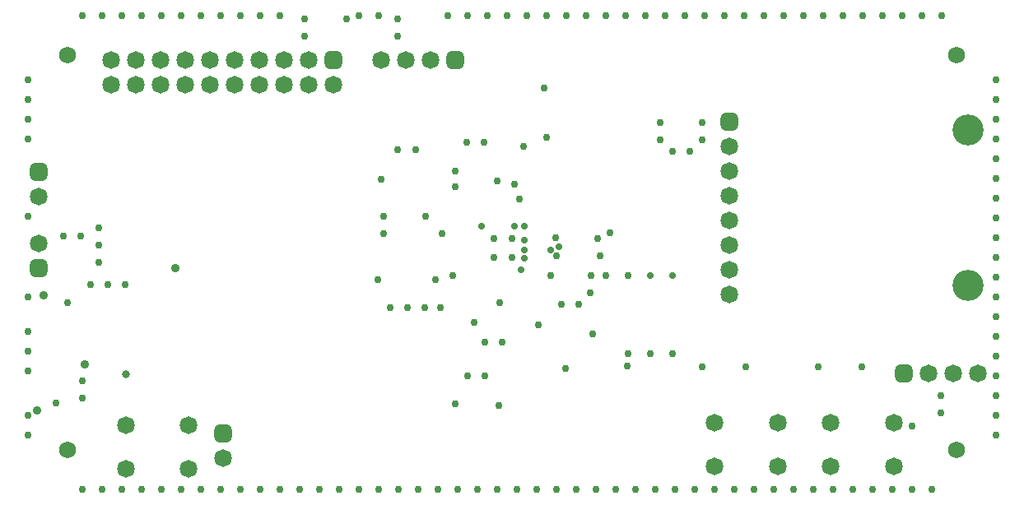
<source format=gbs>
G04*
G04 #@! TF.GenerationSoftware,Altium Limited,Altium Designer,21.3.2 (30)*
G04*
G04 Layer_Color=16711935*
%FSLAX25Y25*%
%MOIN*%
G70*
G04*
G04 #@! TF.SameCoordinates,41522B4C-5660-4B3E-BEA4-8D9A01AACCA4*
G04*
G04*
G04 #@! TF.FilePolarity,Negative*
G04*
G01*
G75*
%ADD55C,0.07178*%
G04:AMPARAMS|DCode=56|XSize=71.78mil|YSize=71.78mil|CornerRadius=19.95mil|HoleSize=0mil|Usage=FLASHONLY|Rotation=180.000|XOffset=0mil|YOffset=0mil|HoleType=Round|Shape=RoundedRectangle|*
%AMROUNDEDRECTD56*
21,1,0.07178,0.03189,0,0,180.0*
21,1,0.03189,0.07178,0,0,180.0*
1,1,0.03989,-0.01595,0.01595*
1,1,0.03989,0.01595,0.01595*
1,1,0.03989,0.01595,-0.01595*
1,1,0.03989,-0.01595,-0.01595*
%
%ADD56ROUNDEDRECTD56*%
%ADD57C,0.12611*%
G04:AMPARAMS|DCode=58|XSize=71.78mil|YSize=71.78mil|CornerRadius=19.95mil|HoleSize=0mil|Usage=FLASHONLY|Rotation=270.000|XOffset=0mil|YOffset=0mil|HoleType=Round|Shape=RoundedRectangle|*
%AMROUNDEDRECTD58*
21,1,0.07178,0.03189,0,0,270.0*
21,1,0.03189,0.07178,0,0,270.0*
1,1,0.03989,-0.01595,-0.01595*
1,1,0.03989,-0.01595,0.01595*
1,1,0.03989,0.01595,0.01595*
1,1,0.03989,0.01595,-0.01595*
%
%ADD58ROUNDEDRECTD58*%
%ADD59C,0.06800*%
%ADD60C,0.03000*%
%ADD61C,0.03600*%
%ADD62C,0.03200*%
%ADD63C,0.02800*%
D55*
X67500Y178000D02*
D03*
X107500D02*
D03*
X117500Y168000D02*
D03*
X77500Y178000D02*
D03*
X87500D02*
D03*
X97500D02*
D03*
X117500D02*
D03*
X67500Y168000D02*
D03*
X77500D02*
D03*
X87500D02*
D03*
X97500D02*
D03*
X107500D02*
D03*
X127500D02*
D03*
X37500Y178000D02*
D03*
X47500D02*
D03*
X57500D02*
D03*
Y168000D02*
D03*
X47500D02*
D03*
X37500D02*
D03*
X167000Y178000D02*
D03*
X157000D02*
D03*
X147000D02*
D03*
X43500Y30000D02*
D03*
X69090D02*
D03*
X43500Y12284D02*
D03*
X69090D02*
D03*
X329000Y31000D02*
D03*
X354591D02*
D03*
X329000Y13284D02*
D03*
X354591D02*
D03*
X282000Y31000D02*
D03*
X307591D02*
D03*
X282000Y13284D02*
D03*
X307591D02*
D03*
X287846Y82996D02*
D03*
Y142996D02*
D03*
Y132996D02*
D03*
Y122996D02*
D03*
Y112996D02*
D03*
Y102996D02*
D03*
Y92996D02*
D03*
X8150Y122500D02*
D03*
X83000Y16500D02*
D03*
X8150Y103500D02*
D03*
X388500Y51000D02*
D03*
X378500D02*
D03*
X368500D02*
D03*
D56*
X127500Y178000D02*
D03*
X177000D02*
D03*
X358500Y51000D02*
D03*
D57*
X384500Y86500D02*
D03*
Y149492D02*
D03*
D58*
X287846Y152996D02*
D03*
X8150Y132500D02*
D03*
X83000Y26500D02*
D03*
X8150Y93500D02*
D03*
D59*
X20000Y180000D02*
D03*
X380000Y20000D02*
D03*
X20000D02*
D03*
X380000Y180000D02*
D03*
D60*
X272000Y141000D02*
D03*
X265000D02*
D03*
X153500Y194500D02*
D03*
Y187500D02*
D03*
X4000Y170000D02*
D03*
Y162000D02*
D03*
Y154000D02*
D03*
Y146000D02*
D03*
Y114500D02*
D03*
Y82000D02*
D03*
Y68000D02*
D03*
Y60000D02*
D03*
Y52000D02*
D03*
Y34000D02*
D03*
Y26000D02*
D03*
X396000Y162000D02*
D03*
Y146000D02*
D03*
Y50000D02*
D03*
Y130000D02*
D03*
Y114000D02*
D03*
Y42000D02*
D03*
Y98000D02*
D03*
Y90000D02*
D03*
Y34000D02*
D03*
Y26000D02*
D03*
Y82000D02*
D03*
Y74000D02*
D03*
Y66000D02*
D03*
Y58000D02*
D03*
Y106000D02*
D03*
Y122000D02*
D03*
Y138000D02*
D03*
Y154000D02*
D03*
Y170000D02*
D03*
X138000Y196000D02*
D03*
X374000D02*
D03*
X366000D02*
D03*
X358000D02*
D03*
X350000D02*
D03*
X342000D02*
D03*
X334000D02*
D03*
X326000D02*
D03*
X318000D02*
D03*
X310000D02*
D03*
X302000D02*
D03*
X294000D02*
D03*
X286000D02*
D03*
X278000D02*
D03*
X270000D02*
D03*
X262000D02*
D03*
X254000D02*
D03*
X246000D02*
D03*
X238000D02*
D03*
X230000D02*
D03*
X222000D02*
D03*
X214000D02*
D03*
X206000D02*
D03*
X198000D02*
D03*
X190000D02*
D03*
X182000D02*
D03*
X174000D02*
D03*
X146000D02*
D03*
X106000D02*
D03*
X98000D02*
D03*
X90000D02*
D03*
X82000D02*
D03*
X74000D02*
D03*
X66000D02*
D03*
X58000D02*
D03*
X50000D02*
D03*
X42000D02*
D03*
X34000D02*
D03*
X26000D02*
D03*
X370000Y4000D02*
D03*
X362000D02*
D03*
X354000D02*
D03*
X346000D02*
D03*
X338000D02*
D03*
X330000D02*
D03*
X322000D02*
D03*
X314000D02*
D03*
X306000D02*
D03*
X298000D02*
D03*
X290000D02*
D03*
X282000D02*
D03*
X274000D02*
D03*
X266000D02*
D03*
X258000D02*
D03*
X250000D02*
D03*
X242000D02*
D03*
X234000D02*
D03*
X226000D02*
D03*
X218000D02*
D03*
X210000D02*
D03*
X202000D02*
D03*
X194000D02*
D03*
X186000D02*
D03*
X178000D02*
D03*
X170000D02*
D03*
X162000D02*
D03*
X154000D02*
D03*
X146000D02*
D03*
X138000D02*
D03*
X130000D02*
D03*
X122000D02*
D03*
X114000D02*
D03*
X106000D02*
D03*
X98000D02*
D03*
X90000D02*
D03*
X82000D02*
D03*
X74000D02*
D03*
X66000D02*
D03*
X58000D02*
D03*
X50000D02*
D03*
X42000D02*
D03*
X34000D02*
D03*
X26000D02*
D03*
X239500Y107949D02*
D03*
X133000Y194500D02*
D03*
X116000Y187500D02*
D03*
Y194500D02*
D03*
X26000Y41000D02*
D03*
X20000Y79500D02*
D03*
X25854Y47854D02*
D03*
X18150Y106500D02*
D03*
X221500Y53000D02*
D03*
X277000Y53500D02*
D03*
X32650Y103000D02*
D03*
X204500Y143000D02*
D03*
X217500Y106000D02*
D03*
X235500Y98500D02*
D03*
X200000Y98000D02*
D03*
X192500D02*
D03*
X200000Y105500D02*
D03*
X192500D02*
D03*
X213000Y166500D02*
D03*
X201000Y127500D02*
D03*
X214000Y146500D02*
D03*
X234500Y105500D02*
D03*
X194000Y129000D02*
D03*
X147000Y129500D02*
D03*
X176000Y90500D02*
D03*
X169000Y89000D02*
D03*
X145500D02*
D03*
X148000Y107500D02*
D03*
Y114500D02*
D03*
X165000D02*
D03*
X171500Y107500D02*
D03*
X177000Y133000D02*
D03*
Y126500D02*
D03*
X161000Y141500D02*
D03*
X188500Y144500D02*
D03*
X181500D02*
D03*
X153500Y141500D02*
D03*
X177000Y38500D02*
D03*
X194500Y38000D02*
D03*
X182000Y50000D02*
D03*
X189000D02*
D03*
X196000Y63500D02*
D03*
X189000D02*
D03*
X184500Y71500D02*
D03*
X195000Y79500D02*
D03*
X203000Y121500D02*
D03*
X29150Y87000D02*
D03*
X36150D02*
D03*
X43150D02*
D03*
X32650Y96000D02*
D03*
Y110000D02*
D03*
X15150Y39000D02*
D03*
X373500Y35000D02*
D03*
Y42000D02*
D03*
X246500Y54000D02*
D03*
X362000Y29500D02*
D03*
X25150Y106500D02*
D03*
X220000Y79000D02*
D03*
X232500Y67000D02*
D03*
X324000Y53500D02*
D03*
X341500D02*
D03*
X294500D02*
D03*
X218000Y98500D02*
D03*
X247000Y90500D02*
D03*
X238000D02*
D03*
X215500D02*
D03*
X247000Y59000D02*
D03*
X265000D02*
D03*
X256000D02*
D03*
X232000Y90500D02*
D03*
X231500Y83500D02*
D03*
X210500Y70500D02*
D03*
X171000Y77500D02*
D03*
X164500D02*
D03*
X157500D02*
D03*
X150500D02*
D03*
X227000Y79000D02*
D03*
X260000Y152500D02*
D03*
Y145500D02*
D03*
X277000D02*
D03*
Y152500D02*
D03*
D61*
X27000Y54500D02*
D03*
X63729Y93629D02*
D03*
X10150Y82500D02*
D03*
X7650Y36000D02*
D03*
D62*
X43650Y50500D02*
D03*
D63*
X215500Y101000D02*
D03*
X218936Y102216D02*
D03*
X187500Y110500D02*
D03*
X201000D02*
D03*
X205000D02*
D03*
Y105000D02*
D03*
Y101000D02*
D03*
Y97500D02*
D03*
X203500Y93000D02*
D03*
X265000Y90500D02*
D03*
X256000D02*
D03*
M02*

</source>
